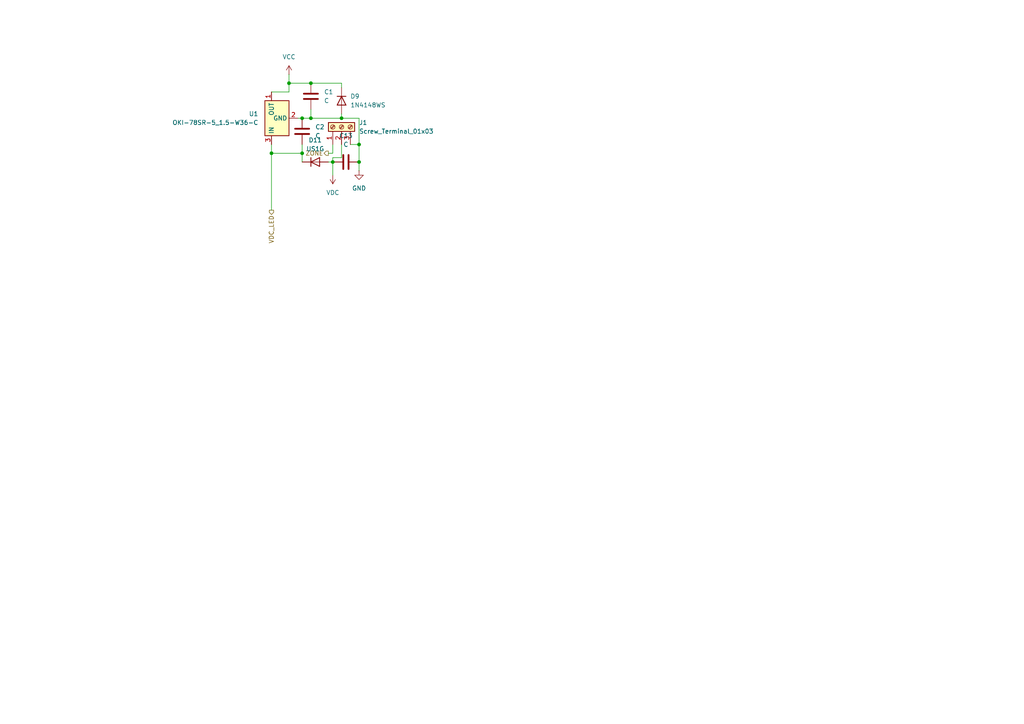
<source format=kicad_sch>
(kicad_sch (version 20231120) (generator "eeschema") (generator_version "8.0")
  (paper "A4")
  (lib_symbols
    (symbol "Connector:Screw_Terminal_01x03" (pin_names (offset 1.016) hide)
      (property "Reference" "J" (at 0 5.08 0))
      (property "Value" "Screw_Terminal_01x03" (at 0 -5.08 0))
      (symbol "Screw_Terminal_01x03_1_1"
        (rectangle (start -1.27 3.81) (end 1.27 -3.81) (stroke (width 0.254)) (fill (type background)))
        (circle (center 0 -2.54) (radius 0.635) (stroke (width 0.1524)))
        (polyline (pts (xy -0.5334 -2.2098) (xy 0.3302 -3.048)) (stroke (width 0.1524)))
        (polyline (pts (xy -0.5334 0.3302) (xy 0.3302 -0.508)) (stroke (width 0.1524)))
        (polyline (pts (xy -0.5334 2.8702) (xy 0.3302 2.032)) (stroke (width 0.1524)))
        (polyline (pts (xy -0.3556 -2.032) (xy 0.508 -2.8702)) (stroke (width 0.1524)))
        (polyline (pts (xy -0.3556 0.508) (xy 0.508 -0.3302)) (stroke (width 0.1524)))
        (polyline (pts (xy -0.3556 3.048) (xy 0.508 2.2098)) (stroke (width 0.1524)))
        (circle (center 0 0) (radius 0.635) (stroke (width 0.1524)))
        (circle (center 0 2.54) (radius 0.635) (stroke (width 0.1524)))
        (pin passive line (at -5.08 2.54 0) (length 3.81) (name "Pin_1") (number "1"))
        (pin passive line (at -5.08 0 0) (length 3.81) (name "Pin_2") (number "2"))
        (pin passive line (at -5.08 -2.54 0) (length 3.81) (name "Pin_3") (number "3"))
      )
    )
    (symbol "Converter_DCDC:OKI-78SR-5_1.5-W36-C"
      (property "Reference" "U2" (at 0 6.35 0))
      (property "Value" "OKI-78SR-5_1.5-W36-C" (at 0 3.81 0))
      (symbol "OKI-78SR-5_1.5-W36-C_0_1"
        (rectangle (start -5.08 1.905) (end 5.08 -5.08) (stroke (width 0.254)) (fill (type background)))
      )
      (symbol "OKI-78SR-5_1.5-W36-C_1_1"
        (pin power_out line (at 7.62 0 180) (length 2.54) (name "OUT") (number "1"))
        (pin power_in line (at 0 -7.62 90) (length 2.54) (name "GND") (number "2"))
        (pin power_in line (at -7.62 0 0) (length 2.54) (name "IN") (number "3"))
      )
    )
    (symbol "Device:C" (pin_numbers hide) (pin_names (offset 0.254))
      (property "Reference" "C" (at 0.635 2.54 0))
      (property "Value" "C" (at 0.635 -2.54 0))
      (symbol "C_0_1"
        (polyline (pts (xy -2.032 -0.762) (xy 2.032 -0.762)) (stroke (width 0.508)))
        (polyline (pts (xy -2.032 0.762) (xy 2.032 0.762)) (stroke (width 0.508)))
      )
      (symbol "C_1_1"
        (pin passive line (at 0 3.81 270) (length 2.794) (name "~") (number "1"))
        (pin passive line (at 0 -3.81 90) (length 2.794) (name "~") (number "2"))
      )
    )
    (symbol "Diode:1N4148WS" (pin_numbers hide) (pin_names hide)
      (property "Reference" "D" (at 0 2.54 0))
      (property "Value" "1N4148WS" (at 0 -2.54 0))
      (symbol "1N4148WS_0_1"
        (polyline (pts (xy -1.27 1.27) (xy -1.27 -1.27)) (stroke (width 0.254)))
        (polyline (pts (xy 1.27 0) (xy -1.27 0)))
        (polyline (pts (xy 1.27 1.27) (xy 1.27 -1.27) (xy -1.27 0) (xy 1.27 1.27)) (stroke (width 0.254)))
      )
      (symbol "1N4148WS_1_1"
        (pin passive line (at -3.81 0 0) (length 2.54) (name "K") (number "1"))
        (pin passive line (at 3.81 0 180) (length 2.54) (name "A") (number "2"))
      )
    )
    (symbol "Diode:US1G" (pin_numbers hide) (pin_names hide)
      (property "Reference" "D" (at 0 2.54 0))
      (property "Value" "US1G" (at 0 -2.54 0))
      (symbol "US1G_0_1"
        (polyline (pts (xy -1.27 1.27) (xy -1.27 -1.27)) (stroke (width 0.254)))
        (polyline (pts (xy 1.27 0) (xy -1.27 0)))
        (polyline (pts (xy 1.27 1.27) (xy 1.27 -1.27) (xy -1.27 0) (xy 1.27 1.27)) (stroke (width 0.254)))
      )
      (symbol "US1G_1_1"
        (pin passive line (at -3.81 0 0) (length 2.54) (name "K") (number "1"))
        (pin passive line (at 3.81 0 180) (length 2.54) (name "A") (number "2"))
      )
    )
    (symbol "power:GND" (power) (pin_numbers hide) (pin_names (offset 0) hide)
      (property "Value" "GND" (at 0 -3.81 0))
      (symbol "GND_0_1"
        (polyline (pts (xy 0 0) (xy 0 -1.27) (xy 1.27 -1.27) (xy 0 -2.54) (xy -1.27 -1.27) (xy 0 -1.27)))
      )
      (symbol "GND_1_1"
        (pin power_in line (at 0 0 270) (length 0) (name "~") (number "1"))
      )
    )
    (symbol "power:VCC" (power) (pin_numbers hide) (pin_names (offset 0) hide)
      (property "Value" "VCC" (at 0 3.556 0))
      (symbol "VCC_0_1"
        (polyline (pts (xy -0.762 1.27) (xy 0 2.54)))
        (polyline (pts (xy 0 0) (xy 0 2.54)))
        (polyline (pts (xy 0 2.54) (xy 0.762 1.27)))
      )
      (symbol "VCC_1_1"
        (pin power_in line (at 0 0 90) (length 0) (name "~") (number "1"))
      )
    )
    (symbol "power:VDC" (power) (pin_numbers hide) (pin_names (offset 0) hide)
      (property "Value" "VDC" (at 0 3.556 0))
      (symbol "VDC_0_1"
        (polyline (pts (xy -0.762 1.27) (xy 0 2.54)))
        (polyline (pts (xy 0 0) (xy 0 2.54)))
        (polyline (pts (xy 0 2.54) (xy 0.762 1.27)))
      )
      (symbol "VDC_1_1"
        (pin power_in line (at 0 0 90) (length 0) (name "~") (number "1"))
      )
    )
  )
  (junction (at 104.14 46.99))
  (junction (at 96.52 46.99))
  (junction (at 87.63 44.45))
  (junction (at 104.14 41.91))
  (junction (at 99.06 34.29))
  (junction (at 90.17 34.29))
  (junction (at 90.17 24.13))
  (junction (at 87.63 34.29))
  (junction (at 78.74 44.45))
  (junction (at 83.82 24.13))
  (wire (pts (xy 87.63 41.91) (xy 87.63 44.45)))
  (wire (pts (xy 90.17 31.75) (xy 90.17 34.29)))
  (wire (pts (xy 87.63 44.45) (xy 87.63 46.99)))
  (wire (pts (xy 86.36 34.29) (xy 87.63 34.29)))
  (wire (pts (xy 96.52 50.8) (xy 96.52 46.99)))
  (wire (pts (xy 78.74 26.67) (xy 83.82 26.67)))
  (wire (pts (xy 99.06 41.91) (xy 99.06 45.72)))
  (wire (pts (xy 96.52 44.45) (xy 95.25 44.45)))
  (wire (pts (xy 90.17 24.13) (xy 99.06 24.13)))
  (wire (pts (xy 99.06 25.4) (xy 99.06 24.13)))
  (wire (pts (xy 104.14 49.53) (xy 104.14 46.99)))
  (wire (pts (xy 90.17 34.29) (xy 99.06 34.29)))
  (wire (pts (xy 96.52 41.91) (xy 96.52 44.45)))
  (wire (pts (xy 99.06 33.02) (xy 99.06 34.29)))
  (wire (pts (xy 83.82 26.67) (xy 83.82 24.13)))
  (wire (pts (xy 83.82 24.13) (xy 83.82 21.59)))
  (wire (pts (xy 101.6 41.91) (xy 104.14 41.91)))
  (wire (pts (xy 87.63 34.29) (xy 90.17 34.29)))
  (wire (pts (xy 104.14 41.91) (xy 104.14 46.99)))
  (wire (pts (xy 83.82 24.13) (xy 90.17 24.13)))
  (wire (pts (xy 96.52 46.99) (xy 96.52 45.72)))
  (wire (pts (xy 78.74 60.96) (xy 78.74 44.45)))
  (wire (pts (xy 78.74 41.91) (xy 78.74 44.45)))
  (wire (pts (xy 104.14 34.29) (xy 104.14 41.91)))
  (wire (pts (xy 78.74 44.45) (xy 87.63 44.45)))
  (wire (pts (xy 96.52 45.72) (xy 99.06 45.72)))
  (wire (pts (xy 95.25 46.99) (xy 96.52 46.99)))
  (wire (pts (xy 99.06 34.29) (xy 104.14 34.29)))
  (hierarchical_label "VDC_LED" (shape output) (at 78.74 60.96 270))
  (hierarchical_label "ZONE" (shape output) (at 95.25 44.45 180))
  (symbol (lib_id "Converter_DCDC:OKI-78SR-5_1.5-W36-C") (at 78.74 34.29 90) (unit 1)
    (property "Reference" "U1" (at 74.93 33.0199 90) (effects (justify left)))
    (property "Value" "OKI-78SR-5_1.5-W36-C" (at 74.93 35.5599 90) (effects (justify left)))
    (property "Footprint" "Package_TO_SOT_SMD:SOT-89-3_Handsoldering" (effects (hide yes)))
    (property "Datasheet" "https://power.murata.com/data/power/oki-78sr.pdf" (effects (hide yes)))
    (property "Description" "1.5A Step-Down DC/DC-Regulator, 7-36V input, 5V fixed Output Voltage, LM78xx replacement, -40°C to +85°C, OKI-78SR_Vertical" (effects (hide yes)))
  )
  (symbol (lib_id "power:VCC") (at 83.82 21.59 0) (unit 1)
    (property "Reference" "#PWR02" (effects (hide yes)))
    (property "Value" "VCC" (at 83.82 16.51 0))
    (property "Description" "Power symbol creates a global label with name \"VCC\"" (effects (hide yes)))
  )
  (symbol (lib_id "Diode:1N4148WS") (at 99.06 29.21 270) (unit 1)
    (property "Reference" "D9" (at 101.6 27.9399 90) (effects (justify left)))
    (property "Value" "1N4148WS" (at 101.6 30.4799 90) (effects (justify left)))
    (property "Footprint" "Diode_SMD:D_SOD-323" (effects (hide yes)))
    (property "Datasheet" "https://www.vishay.com/docs/85751/1n4148ws.pdf" (effects (hide yes)))
    (property "Description" "75V 0.15A Fast switching Diode, SOD-323" (effects (hide yes)))
    (property "Sim.Device" "D" (effects (hide yes)))
    (property "Sim.Pins" "1=K 2=A" (effects (hide yes)))
  )
  (symbol (lib_id "Connector:Screw_Terminal_01x03") (at 99.06 36.83 90) (unit 1)
    (property "Reference" "J1" (at 104.14 35.5599 90) (effects (justify right)))
    (property "Value" "Screw_Terminal_01x03" (at 104.14 38.0999 90) (effects (justify right)))
    (property "Footprint" "TerminalBlock:TerminalBlock_Altech_AK300-3_P5.00mm" (effects (hide yes)))
    (property "Description" "Generic screw terminal, single row, 01x03, script generated (kicad-library-utils/schlib/autogen/connector/)" (effects (hide yes)))
  )
  (symbol (lib_id "power:GND") (at 104.14 49.53 0) (unit 1)
    (property "Reference" "#PWR03" (effects (hide yes)))
    (property "Value" "GND" (at 104.14 54.61 0))
    (property "Description" "Power symbol creates a global label with name \"GND\" , ground" (effects (hide yes)))
  )
  (symbol (lib_id "power:VDC") (at 96.52 50.8 180) (unit 1)
    (property "Reference" "#PWR04" (effects (hide yes)))
    (property "Value" "VDC" (at 96.52 55.88 0))
    (property "Description" "Power symbol creates a global label with name \"VDC\"" (effects (hide yes)))
  )
  (symbol (lib_id "Diode:US1G") (at 91.44 46.99 0) (unit 1)
    (property "Reference" "D11" (at 91.44 40.64 0))
    (property "Value" "US1G" (at 91.44 43.18 0))
    (property "Footprint" "Diode_SMD:D_SMA" (effects (hide yes)))
    (property "Datasheet" "https://www.diodes.com/assets/Datasheets/ds16008.pdf" (effects (hide yes)))
    (property "Description" "400V, 1A, General Purpose Rectifier Diode, SMA(DO-214AC)" (effects (hide yes)))
    (property "Sim.Device" "D" (effects (hide yes)))
    (property "Sim.Pins" "1=K 2=A" (effects (hide yes)))
  )
  (symbol (lib_id "Device:C") (at 100.33 46.99 90) (unit 1)
    (property "Reference" "C13" (at 100.33 39.37 90))
    (property "Value" "C" (at 100.33 41.91 90))
    (property "Footprint" "Capacitor_SMD:C_1206_3216Metric_Pad1.33x1.80mm_HandSolder" (effects (hide yes)))
    (property "Description" "Unpolarized capacitor" (effects (hide yes)))
  )
  (symbol (lib_id "Device:C") (at 87.63 38.1 0) (unit 1)
    (property "Reference" "C2" (at 91.44 36.8299 0) (effects (justify left)))
    (property "Value" "C" (at 91.44 39.3699 0) (effects (justify left)))
    (property "Footprint" "Capacitor_SMD:C_0805_2012Metric_Pad1.18x1.45mm_HandSolder" (effects (hide yes)))
    (property "Description" "Unpolarized capacitor" (effects (hide yes)))
  )
  (symbol (lib_id "Device:C") (at 90.17 27.94 0) (unit 1)
    (property "Reference" "C1" (at 93.98 26.6699 0) (effects (justify left)))
    (property "Value" "C" (at 93.98 29.2099 0) (effects (justify left)))
    (property "Footprint" "Capacitor_SMD:C_0805_2012Metric_Pad1.18x1.45mm_HandSolder" (effects (hide yes)))
    (property "Description" "Unpolarized capacitor" (effects (hide yes)))
  )
)
</source>
